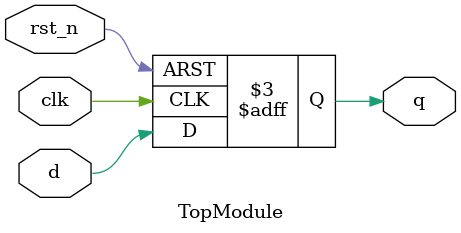
<source format=sv>
module TopModule (
    input wire clk,
    input wire d,
    input wire rst_n,
    output reg q
);

    always @(posedge clk or negedge rst_n) begin
        if (!rst_n)
            q <= 1'b0;
        else
            q <= d;
    end

endmodule
</source>
